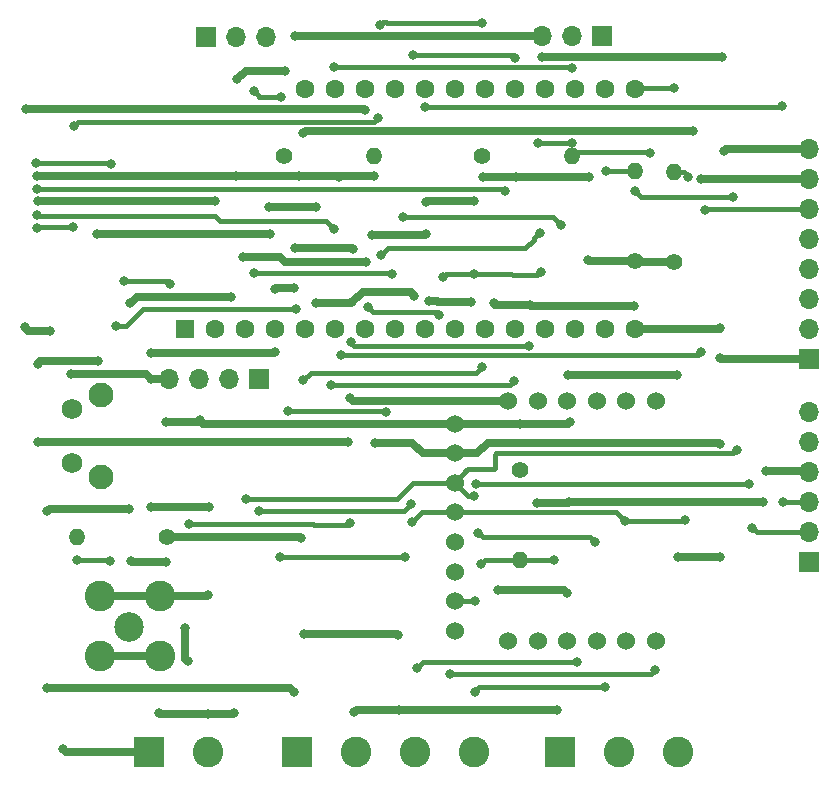
<source format=gbr>
%TF.GenerationSoftware,KiCad,Pcbnew,6.0.10-86aedd382b~118~ubuntu22.04.1*%
%TF.CreationDate,2023-05-06T01:16:59-04:00*%
%TF.ProjectId,sweet-p,73776565-742d-4702-9e6b-696361645f70,rev?*%
%TF.SameCoordinates,Original*%
%TF.FileFunction,Copper,L2,Bot*%
%TF.FilePolarity,Positive*%
%FSLAX46Y46*%
G04 Gerber Fmt 4.6, Leading zero omitted, Abs format (unit mm)*
G04 Created by KiCad (PCBNEW 6.0.10-86aedd382b~118~ubuntu22.04.1) date 2023-05-06 01:16:59*
%MOMM*%
%LPD*%
G01*
G04 APERTURE LIST*
%TA.AperFunction,ComponentPad*%
%ADD10C,1.524000*%
%TD*%
%TA.AperFunction,ComponentPad*%
%ADD11C,2.100000*%
%TD*%
%TA.AperFunction,ComponentPad*%
%ADD12C,1.750000*%
%TD*%
%TA.AperFunction,ComponentPad*%
%ADD13R,2.600000X2.600000*%
%TD*%
%TA.AperFunction,ComponentPad*%
%ADD14C,2.600000*%
%TD*%
%TA.AperFunction,ComponentPad*%
%ADD15C,1.400000*%
%TD*%
%TA.AperFunction,ComponentPad*%
%ADD16O,1.400000X1.400000*%
%TD*%
%TA.AperFunction,ComponentPad*%
%ADD17C,2.500000*%
%TD*%
%TA.AperFunction,ComponentPad*%
%ADD18R,1.700000X1.700000*%
%TD*%
%TA.AperFunction,ComponentPad*%
%ADD19O,1.700000X1.700000*%
%TD*%
%TA.AperFunction,ComponentPad*%
%ADD20R,1.600000X1.600000*%
%TD*%
%TA.AperFunction,ComponentPad*%
%ADD21C,1.600000*%
%TD*%
%TA.AperFunction,ViaPad*%
%ADD22C,0.800000*%
%TD*%
%TA.AperFunction,Conductor*%
%ADD23C,0.400000*%
%TD*%
%TA.AperFunction,Conductor*%
%ADD24C,0.700000*%
%TD*%
G04 APERTURE END LIST*
D10*
%TO.P,U3,1,GND*%
%TO.N,GND_1*%
X42625000Y-33162500D03*
%TO.P,U3,2,PPS*%
%TO.N,unconnected-(U3-Pad2)*%
X45125000Y-33162500D03*
%TO.P,U3,3,VIN*%
%TO.N,+3V3*%
X47625000Y-33162500D03*
%TO.P,U3,4,RXT*%
%TO.N,unconnected-(U3-Pad4)*%
X50125000Y-33162500D03*
%TO.P,U3,5,TXO*%
%TO.N,unconnected-(U3-Pad5)*%
X52625000Y-33162500D03*
%TO.P,U3,6,WAKE*%
%TO.N,unconnected-(U3-Pad6)*%
X55125000Y-33162500D03*
%TO.P,U3,7,RST*%
%TO.N,GPS_RST*%
X55125000Y-53482500D03*
%TO.P,U3,8,SDA*%
%TO.N,SDA*%
X52625000Y-53482500D03*
%TO.P,U3,9,SCL*%
%TO.N,SCL*%
X50125000Y-53482500D03*
%TO.P,U3,10,GND*%
%TO.N,GND_1*%
X47625000Y-53482500D03*
%TO.P,U3,11,3V*%
%TO.N,unconnected-(U3-Pad11)*%
X45125000Y-53482500D03*
%TO.P,U3,12,VIN*%
%TO.N,unconnected-(U3-Pad12)*%
X42625000Y-53482500D03*
%TD*%
D11*
%TO.P,SW1,*%
%TO.N,*%
X8152500Y-32615000D03*
X8152500Y-39625000D03*
D12*
%TO.P,SW1,1,1*%
%TO.N,BUT_A*%
X5662500Y-38375000D03*
%TO.P,SW1,2,2*%
%TO.N,GND*%
X5662500Y-33875000D03*
%TD*%
D13*
%TO.P,J6,1,Pin_1*%
%TO.N,VBUS*%
X12200000Y-62875000D03*
D14*
%TO.P,J6,2,Pin_2*%
%TO.N,GND*%
X17200000Y-62875000D03*
%TD*%
D15*
%TO.P,R1,1*%
%TO.N,+3V3*%
X40390000Y-12400000D03*
D16*
%TO.P,R1,2*%
%TO.N,ONEWIRE*%
X48010000Y-12400000D03*
%TD*%
D14*
%TO.P,AE1,1,A*%
%TO.N,GND*%
X13140000Y-54790000D03*
X13140000Y-49710000D03*
X8060000Y-54790000D03*
X8060000Y-49710000D03*
D17*
%TO.P,AE1,2,Shield*%
%TO.N,Net-(U1-Pad9)*%
X10500000Y-52325000D03*
%TD*%
D18*
%TO.P,J8,1,Pin_1*%
%TO.N,unconnected-(J8-Pad1)*%
X17075000Y-2375000D03*
D19*
%TO.P,J8,2,Pin_2*%
%TO.N,Net-(J8-Pad2)*%
X19615000Y-2375000D03*
%TO.P,J8,3,Pin_3*%
%TO.N,WRITE_EN*%
X22155000Y-2375000D03*
%TD*%
D15*
%TO.P,R3,1*%
%TO.N,+3V3*%
X56700000Y-21410000D03*
D16*
%TO.P,R3,2*%
%TO.N,SDA*%
X56700000Y-13790000D03*
%TD*%
D15*
%TO.P,R9,1*%
%TO.N,Net-(J8-Pad2)*%
X23690000Y-12400000D03*
D16*
%TO.P,R9,2*%
%TO.N,GND*%
X31310000Y-12400000D03*
%TD*%
D13*
%TO.P,J1,1,Pin_1*%
%TO.N,+3V3*%
X47000000Y-62875000D03*
D14*
%TO.P,J1,2,Pin_2*%
%TO.N,ONEWIRE*%
X52000000Y-62875000D03*
%TO.P,J1,3,Pin_3*%
%TO.N,GND*%
X57000000Y-62875000D03*
%TD*%
D13*
%TO.P,J7,1,Pin_1*%
%TO.N,GND_2*%
X24725000Y-62875000D03*
D14*
%TO.P,J7,2,Pin_2*%
%TO.N,+3V3*%
X29725000Y-62875000D03*
%TO.P,J7,3,Pin_3*%
%TO.N,RX*%
X34725000Y-62875000D03*
%TO.P,J7,4,Pin_4*%
%TO.N,TX*%
X39725000Y-62875000D03*
%TD*%
D15*
%TO.P,R6,1*%
%TO.N,+3V3*%
X53400000Y-21310000D03*
D16*
%TO.P,R6,2*%
%TO.N,SCL*%
X53400000Y-13690000D03*
%TD*%
D18*
%TO.P,J4,1,Pin_1*%
%TO.N,GND*%
X68100000Y-29600000D03*
D19*
%TO.P,J4,2,Pin_2*%
%TO.N,unconnected-(J4-Pad2)*%
X68100000Y-27060000D03*
%TO.P,J4,3,Pin_3*%
%TO.N,unconnected-(J4-Pad3)*%
X68100000Y-24520000D03*
%TO.P,J4,4,Pin_4*%
%TO.N,unconnected-(J4-Pad4)*%
X68100000Y-21980000D03*
%TO.P,J4,5,Pin_5*%
%TO.N,unconnected-(J4-Pad5)*%
X68100000Y-19440000D03*
%TO.P,J4,6,Pin_6*%
%TO.N,SAT_EN*%
X68100000Y-16900000D03*
%TO.P,J4,7,Pin_7*%
%TO.N,VBAT*%
X68100000Y-14360000D03*
%TO.P,J4,8,Pin_8*%
%TO.N,GND*%
X68100000Y-11820000D03*
%TD*%
D15*
%TO.P,R14,1*%
%TO.N,+3V3*%
X43600000Y-39000000D03*
D16*
%TO.P,R14,2*%
%TO.N,RTC_INT*%
X43600000Y-46620000D03*
%TD*%
D18*
%TO.P,J2,1,Pin_1*%
%TO.N,unconnected-(J2-Pad1)*%
X50600000Y-2300000D03*
D19*
%TO.P,J2,2,Pin_2*%
%TO.N,EN*%
X48060000Y-2300000D03*
%TO.P,J2,3,Pin_3*%
%TO.N,GND*%
X45520000Y-2300000D03*
%TD*%
D15*
%TO.P,R8,1*%
%TO.N,+3V3*%
X13710000Y-44700000D03*
D16*
%TO.P,R8,2*%
%TO.N,BUT_A*%
X6090000Y-44700000D03*
%TD*%
D19*
%TO.P,U2,1,GND*%
%TO.N,GND*%
X13880000Y-31300000D03*
%TO.P,U2,2,3V3*%
%TO.N,+3V3*%
X16420000Y-31300000D03*
%TO.P,U2,3,SCL*%
%TO.N,SCL*%
X18960000Y-31300000D03*
D18*
%TO.P,U2,4,SDA*%
%TO.N,SDA*%
X21500000Y-31300000D03*
%TD*%
%TO.P,J3,1,Pin_1*%
%TO.N,unconnected-(J3-Pad1)*%
X68100000Y-46800000D03*
D19*
%TO.P,J3,2,Pin_2*%
%TO.N,RX2*%
X68100000Y-44260000D03*
%TO.P,J3,3,Pin_3*%
%TO.N,TX2*%
X68100000Y-41720000D03*
%TO.P,J3,4,Pin_4*%
%TO.N,+3V3*%
X68100000Y-39180000D03*
%TO.P,J3,5,Pin_5*%
%TO.N,unconnected-(J3-Pad5)*%
X68100000Y-36640000D03*
%TO.P,J3,6,Pin_6*%
%TO.N,GND*%
X68100000Y-34100000D03*
%TD*%
D20*
%TO.P,A1,1,~{RESET}*%
%TO.N,unconnected-(A1-Pad1)*%
X15250000Y-27052500D03*
D21*
%TO.P,A1,2,3V3*%
%TO.N,+3V3*%
X17790000Y-27052500D03*
%TO.P,A1,3,AREF*%
%TO.N,unconnected-(A1-Pad3)*%
X20330000Y-27052500D03*
%TO.P,A1,4,GND*%
%TO.N,GND*%
X22870000Y-27052500D03*
%TO.P,A1,5,DAC0/A0*%
%TO.N,BUT_A*%
X25410000Y-27052500D03*
%TO.P,A1,6,A1*%
%TO.N,SAT_EN*%
X27950000Y-27052500D03*
%TO.P,A1,7,A2*%
%TO.N,GPS_RST*%
X30490000Y-27052500D03*
%TO.P,A1,8,A3*%
%TO.N,WRITE_EN*%
X33030000Y-27052500D03*
%TO.P,A1,9,A4*%
%TO.N,GND_1_EN*%
X35570000Y-27052500D03*
%TO.P,A1,10,A5*%
%TO.N,GND_2_EN*%
X38110000Y-27052500D03*
%TO.P,A1,11,SCK/D24*%
%TO.N,SCK*%
X40650000Y-27052500D03*
%TO.P,A1,12,MOSI/D23*%
%TO.N,MOSI*%
X43190000Y-27052500D03*
%TO.P,A1,13,MISO/D22*%
%TO.N,MISO*%
X45730000Y-27052500D03*
%TO.P,A1,14,RX/D0*%
%TO.N,RX*%
X48270000Y-27052500D03*
%TO.P,A1,15,TX/D1*%
%TO.N,TX*%
X50810000Y-27052500D03*
%TO.P,A1,16,GND*%
%TO.N,GND*%
X53350000Y-27052500D03*
%TO.P,A1,17,SDA/D20*%
%TO.N,SDA*%
X53350000Y-6732500D03*
%TO.P,A1,18,SCL/D21*%
%TO.N,SCL*%
X50810000Y-6732500D03*
%TO.P,A1,19,D5*%
%TO.N,ONEWIRE*%
X48270000Y-6732500D03*
%TO.P,A1,20,D6*%
%TO.N,LORA_CS*%
X45730000Y-6732500D03*
%TO.P,A1,21,D9*%
%TO.N,LORA_RST*%
X43190000Y-6732500D03*
%TO.P,A1,22,D10*%
%TO.N,SD_CS*%
X40650000Y-6732500D03*
%TO.P,A1,23,D11*%
%TO.N,RX2*%
X38110000Y-6732500D03*
%TO.P,A1,24,D12*%
%TO.N,TX2*%
X35570000Y-6732500D03*
%TO.P,A1,25,D13*%
%TO.N,RTC_INT*%
X33030000Y-6732500D03*
%TO.P,A1,26,USB*%
%TO.N,VBUS*%
X30490000Y-6732500D03*
%TO.P,A1,27,EN*%
%TO.N,EN*%
X27950000Y-6732500D03*
%TO.P,A1,28,VBAT*%
%TO.N,VBAT*%
X25410000Y-6732500D03*
%TD*%
D10*
%TO.P,U4,1,VIN*%
%TO.N,+3V3*%
X38105000Y-35100000D03*
%TO.P,U4,2,GND*%
%TO.N,GND*%
X38105000Y-37600000D03*
%TO.P,U4,3,SCL*%
%TO.N,SCL*%
X38105000Y-40100000D03*
%TO.P,U4,4,SDA*%
%TO.N,SDA*%
X38105000Y-42600000D03*
%TO.P,U4,5,VBAT*%
%TO.N,unconnected-(U4-Pad5)*%
X38105000Y-45100000D03*
%TO.P,U4,6,32K*%
%TO.N,unconnected-(U4-Pad6)*%
X38105000Y-47600000D03*
%TO.P,U4,7,SQW*%
%TO.N,RTC_INT*%
X38105000Y-50100000D03*
%TO.P,U4,8,RST*%
%TO.N,unconnected-(U4-Pad8)*%
X38105000Y-52600000D03*
%TD*%
D22*
%TO.N,RX2*%
X63300000Y-43900000D03*
X63000000Y-40200000D03*
%TO.N,TX2*%
X65900000Y-41700000D03*
%TO.N,+3V3*%
X64500000Y-39100000D03*
X64220000Y-41720000D03*
%TO.N,GND_2*%
X30600000Y-21400000D03*
X20200000Y-21000000D03*
X31100000Y-19100000D03*
X35700000Y-19000000D03*
X19200000Y-24400000D03*
%TO.N,MISO*%
X29300000Y-28200000D03*
%TO.N,GND_1_EN*%
X34700000Y-24300000D03*
X29400000Y-24800000D03*
X26400000Y-24900000D03*
%TO.N,BUT_A*%
X8900000Y-46700000D03*
X6100000Y-46600000D03*
%TO.N,Net-(J8-Pad2)*%
X23400000Y-7400000D03*
X21100000Y-6900000D03*
%TO.N,GND_2_EN*%
X37100000Y-22700000D03*
%TO.N,GND_2*%
X35900000Y-24700000D03*
X35700000Y-16300000D03*
%TO.N,GND_2_EN*%
X45400000Y-22200000D03*
X39700000Y-22400000D03*
%TO.N,GPS_RST*%
X55100000Y-55900000D03*
X37700000Y-56300000D03*
%TO.N,SDA*%
X34500000Y-43400000D03*
X33900000Y-46400000D03*
%TO.N,GPS_RST*%
X30800000Y-25200000D03*
X36800000Y-25900000D03*
%TO.N,LORA_CS*%
X32300000Y-34112000D03*
%TO.N,BUT_A*%
X9400000Y-26800000D03*
X24700000Y-25400000D03*
%TO.N,SCL*%
X53400000Y-15400000D03*
X62000000Y-37300000D03*
X61700000Y-15900000D03*
%TO.N,SAT_EN*%
X59000000Y-29000000D03*
%TO.N,SDA*%
X57600000Y-43200000D03*
X57900000Y-14200000D03*
X52500000Y-43300000D03*
%TO.N,SCL*%
X50000000Y-45100000D03*
X39700000Y-41200000D03*
X40100000Y-44300000D03*
%TO.N,SDA*%
X23300000Y-46400000D03*
%TO.N,SCL*%
X20400000Y-41500000D03*
%TO.N,ONEWIRE*%
X54600000Y-12200000D03*
%TO.N,LORA_CS*%
X45300000Y-18900000D03*
X31900000Y-20800000D03*
X24000000Y-34000000D03*
%TO.N,ONEWIRE*%
X45200000Y-11300000D03*
X48010000Y-11290000D03*
%TO.N,MOSI*%
X2700000Y-17400000D03*
X27900000Y-18600000D03*
%TO.N,MISO*%
X44400000Y-28500000D03*
%TO.N,MOSI*%
X43100000Y-31500000D03*
X27600000Y-31800000D03*
%TO.N,MISO*%
X10100000Y-23000000D03*
X29200000Y-43500000D03*
X9000000Y-13100000D03*
X15600000Y-43600000D03*
X14012707Y-23250500D03*
X2649500Y-13000000D03*
%TO.N,SCK*%
X25300000Y-31400000D03*
X40400000Y-30300000D03*
X42400000Y-15400000D03*
X2700000Y-15200000D03*
%TO.N,SD_CS*%
X2700000Y-18500000D03*
X5800000Y-18400000D03*
%TO.N,GND*%
X2700000Y-14100000D03*
%TO.N,+3V3*%
X2800000Y-16200000D03*
%TO.N,SD_CS*%
X31600000Y-9200000D03*
X5900000Y-9900000D03*
X31800000Y-1300000D03*
X40400000Y-1200000D03*
%TO.N,Net-(U1-Pad9)*%
X15500000Y-55200000D03*
X15300000Y-52400000D03*
%TO.N,LORA_RST*%
X43200000Y-4100000D03*
X21500000Y-42500000D03*
X34600000Y-3900000D03*
X34400000Y-41900000D03*
%TO.N,RTC_INT*%
X39800000Y-50100000D03*
X40300000Y-47000000D03*
%TO.N,RX*%
X34900000Y-55800000D03*
X48500000Y-55300000D03*
%TO.N,TX*%
X39800000Y-57800000D03*
X50800000Y-57400000D03*
%TO.N,SAT_EN*%
X59300000Y-17000000D03*
X28500000Y-29300000D03*
%TO.N,RX2*%
X39900000Y-40200000D03*
%TO.N,TX2*%
X65800000Y-8200000D03*
X35600000Y-8300000D03*
%TO.N,RTC_INT*%
X46500000Y-46600000D03*
X47100000Y-18300000D03*
X33700000Y-17600000D03*
%TO.N,WRITE_EN*%
X32800000Y-22400000D03*
X21100000Y-22300000D03*
%TO.N,SDA*%
X56700000Y-6700000D03*
%TO.N,SCL*%
X50900000Y-13700000D03*
%TO.N,EN*%
X27900000Y-4900000D03*
X48000000Y-4949500D03*
%TO.N,GND*%
X60700000Y-4000000D03*
X45500000Y-4000000D03*
%TO.N,GND_1*%
X22500000Y-19000000D03*
X26400000Y-16700000D03*
X22400000Y-16700000D03*
X7800000Y-19000000D03*
%TO.N,+3V3*%
X49500000Y-14200000D03*
X49400000Y-21200000D03*
X40500000Y-14200000D03*
X43300000Y-14200000D03*
%TO.N,VBUS*%
X1700000Y-26900000D03*
X1800000Y-8400000D03*
X30500000Y-8500000D03*
X4900000Y-62600000D03*
X3800000Y-27200000D03*
%TO.N,GND*%
X22900000Y-23700000D03*
X24500000Y-23600000D03*
X22900000Y-29000000D03*
X12400000Y-29100000D03*
X5600000Y-30900000D03*
X12400000Y-31300000D03*
X12400000Y-42100000D03*
X17325000Y-42175000D03*
%TO.N,GND_1*%
X47600000Y-49400000D03*
X41800000Y-49200000D03*
X29200000Y-32900000D03*
X29100000Y-36600000D03*
X2800000Y-36600000D03*
X7900000Y-29800000D03*
X2800000Y-30000000D03*
%TO.N,+3V3*%
X56900000Y-31000000D03*
X47700000Y-31000000D03*
X45100000Y-41800000D03*
X47800000Y-41700000D03*
X47900000Y-34900000D03*
X43600000Y-35100000D03*
X46800000Y-59300000D03*
X29600000Y-59500000D03*
X33300000Y-53000000D03*
X33400000Y-59300000D03*
X25325000Y-52875000D03*
%TO.N,GND*%
X17200000Y-49600000D03*
X13100000Y-59600000D03*
%TO.N,+3V3*%
X10700000Y-46700000D03*
X13700000Y-46800000D03*
X25100000Y-44800000D03*
%TO.N,GND_2*%
X24500000Y-57800000D03*
X3600000Y-57500000D03*
X10600000Y-24900000D03*
X10500000Y-42300000D03*
X3600000Y-42500000D03*
%TO.N,GND*%
X19400000Y-59600000D03*
X17200000Y-59700000D03*
X41400000Y-24900000D03*
%TO.N,GND_2*%
X39700000Y-16200000D03*
X39500000Y-24800000D03*
%TO.N,GND*%
X29500000Y-20300000D03*
X24562500Y-20237500D03*
%TO.N,+3V3*%
X13700000Y-34900000D03*
X16500000Y-34800000D03*
%TO.N,GND*%
X31400000Y-36700000D03*
X60600000Y-36800000D03*
X57000000Y-46400000D03*
X60600000Y-46400000D03*
X44500000Y-25000000D03*
X53300000Y-25100000D03*
X60600000Y-27000000D03*
X60600000Y-29500000D03*
%TO.N,VBAT*%
X59000000Y-14400000D03*
X25300000Y-10500000D03*
X58300000Y-10300000D03*
%TO.N,GND*%
X60900000Y-12000000D03*
X19700000Y-5900000D03*
X23700000Y-5200000D03*
X19600000Y-14100000D03*
X24600000Y-2300000D03*
X31300000Y-14100000D03*
X28300000Y-14200000D03*
X24900000Y-14100000D03*
%TO.N,+3V3*%
X17800000Y-16200000D03*
%TD*%
D23*
%TO.N,RX2*%
X63660000Y-44260000D02*
X63300000Y-43900000D01*
X68100000Y-44260000D02*
X63660000Y-44260000D01*
%TO.N,TX2*%
X65900000Y-41700000D02*
X68080000Y-41700000D01*
X68080000Y-41700000D02*
X68100000Y-41720000D01*
D24*
%TO.N,+3V3*%
X68020000Y-39100000D02*
X68100000Y-39180000D01*
X64500000Y-39100000D02*
X68020000Y-39100000D01*
X47820000Y-41720000D02*
X64220000Y-41720000D01*
X47800000Y-41700000D02*
X47820000Y-41720000D01*
%TO.N,GND_2*%
X23700000Y-21400000D02*
X30600000Y-21400000D01*
X23300000Y-21000000D02*
X23700000Y-21400000D01*
X20200000Y-21000000D02*
X23300000Y-21000000D01*
X31100000Y-19100000D02*
X35600000Y-19100000D01*
X35600000Y-19100000D02*
X35700000Y-19000000D01*
X11200000Y-24400000D02*
X19200000Y-24400000D01*
X10600000Y-24900000D02*
X10700000Y-24900000D01*
X10700000Y-24900000D02*
X11200000Y-24400000D01*
D23*
%TO.N,MISO*%
X29600000Y-28500000D02*
X29300000Y-28200000D01*
X44400000Y-28500000D02*
X29600000Y-28500000D01*
D24*
%TO.N,GND_1_EN*%
X34700000Y-24200000D02*
X34700000Y-24300000D01*
X34600000Y-24100000D02*
X34700000Y-24200000D01*
X34400000Y-23900000D02*
X34600000Y-24100000D01*
X31600000Y-23900000D02*
X34400000Y-23900000D01*
X29400000Y-24800000D02*
X30300000Y-23900000D01*
X30300000Y-23900000D02*
X31600000Y-23900000D01*
X26400000Y-24900000D02*
X29300000Y-24900000D01*
X29300000Y-24900000D02*
X29400000Y-24800000D01*
D23*
%TO.N,BUT_A*%
X8800000Y-46600000D02*
X8900000Y-46700000D01*
X6100000Y-46600000D02*
X8800000Y-46600000D01*
%TO.N,Net-(J8-Pad2)*%
X21500000Y-7400000D02*
X23400000Y-7400000D01*
X21100000Y-6900000D02*
X21500000Y-7300000D01*
X21500000Y-7300000D02*
X21500000Y-7400000D01*
%TO.N,GND_2_EN*%
X39700000Y-22400000D02*
X37400000Y-22400000D01*
X37400000Y-22400000D02*
X37100000Y-22700000D01*
D24*
%TO.N,GND_2*%
X36700000Y-16200000D02*
X35800000Y-16200000D01*
X35800000Y-16200000D02*
X35700000Y-16300000D01*
X35900000Y-24700000D02*
X36600000Y-24700000D01*
X36600000Y-24700000D02*
X36700000Y-24800000D01*
D23*
%TO.N,GND_2_EN*%
X45100000Y-22500000D02*
X45400000Y-22200000D01*
X43000000Y-22500000D02*
X45100000Y-22500000D01*
X39700000Y-22400000D02*
X42900000Y-22400000D01*
X42900000Y-22400000D02*
X43000000Y-22500000D01*
%TO.N,GPS_RST*%
X54700000Y-56300000D02*
X55100000Y-55900000D01*
X37700000Y-56300000D02*
X54700000Y-56300000D01*
%TO.N,SDA*%
X35300000Y-42600000D02*
X34500000Y-43400000D01*
X23300000Y-46400000D02*
X33900000Y-46400000D01*
X38105000Y-42600000D02*
X35300000Y-42600000D01*
%TO.N,GPS_RST*%
X30800000Y-25200000D02*
X31200000Y-25600000D01*
X31200000Y-25600000D02*
X36500000Y-25600000D01*
X36500000Y-25600000D02*
X36800000Y-25900000D01*
%TO.N,LORA_CS*%
X32300000Y-34112000D02*
X32188000Y-34000000D01*
X32188000Y-34000000D02*
X24000000Y-34000000D01*
%TO.N,BUT_A*%
X10700000Y-26400000D02*
X10300000Y-26800000D01*
X24700000Y-25400000D02*
X13500000Y-25400000D01*
X10300000Y-26800000D02*
X9400000Y-26800000D01*
X13500000Y-25400000D02*
X11700000Y-25400000D01*
X11700000Y-25400000D02*
X10700000Y-26400000D01*
%TO.N,SCL*%
X41600000Y-37600000D02*
X46300000Y-37600000D01*
X41500000Y-38800000D02*
X41500000Y-37700000D01*
X39200000Y-38900000D02*
X41400000Y-38900000D01*
X38105000Y-40100000D02*
X39000000Y-39205000D01*
X61700000Y-15900000D02*
X53900000Y-15900000D01*
X39000000Y-39100000D02*
X39200000Y-38900000D01*
X39000000Y-39205000D02*
X39000000Y-39100000D01*
X53900000Y-15900000D02*
X53400000Y-15400000D01*
X41400000Y-38900000D02*
X41500000Y-38800000D01*
X41500000Y-37700000D02*
X41600000Y-37600000D01*
X61700000Y-37600000D02*
X62000000Y-37300000D01*
X46300000Y-37600000D02*
X61700000Y-37600000D01*
%TO.N,SAT_EN*%
X58700000Y-29300000D02*
X59000000Y-29000000D01*
X58100000Y-29300000D02*
X58700000Y-29300000D01*
%TO.N,SDA*%
X56700000Y-13790000D02*
X57490000Y-13790000D01*
X57490000Y-13790000D02*
X57900000Y-14200000D01*
X57600000Y-43200000D02*
X57500000Y-43300000D01*
X57500000Y-43300000D02*
X52500000Y-43300000D01*
X51800000Y-42600000D02*
X52500000Y-43300000D01*
X38105000Y-42600000D02*
X51800000Y-42600000D01*
%TO.N,SCL*%
X50000000Y-45100000D02*
X49600000Y-44700000D01*
X39700000Y-41200000D02*
X39205000Y-41200000D01*
X45100000Y-44700000D02*
X40500000Y-44700000D01*
X49600000Y-44700000D02*
X45100000Y-44700000D01*
X40500000Y-44700000D02*
X40100000Y-44300000D01*
X39205000Y-41200000D02*
X38105000Y-40100000D01*
%TO.N,SDA*%
X38005000Y-42500000D02*
X38105000Y-42600000D01*
%TO.N,SCL*%
X33200000Y-41500000D02*
X34600000Y-40100000D01*
X20400000Y-41500000D02*
X33200000Y-41500000D01*
X34600000Y-40100000D02*
X38105000Y-40100000D01*
%TO.N,ONEWIRE*%
X54600000Y-12200000D02*
X54500000Y-12100000D01*
X48310000Y-12100000D02*
X48010000Y-12400000D01*
X54500000Y-12100000D02*
X48310000Y-12100000D01*
%TO.N,LORA_CS*%
X45300000Y-18900000D02*
X44800000Y-19400000D01*
X44800000Y-19400000D02*
X44800000Y-19500000D01*
X32500000Y-20200000D02*
X31900000Y-20800000D01*
X44800000Y-19500000D02*
X44100000Y-20200000D01*
X34800000Y-20200000D02*
X32500000Y-20200000D01*
X44100000Y-20200000D02*
X34800000Y-20200000D01*
%TO.N,ONEWIRE*%
X45200000Y-11300000D02*
X48000000Y-11300000D01*
X48000000Y-11300000D02*
X48010000Y-11290000D01*
%TO.N,MOSI*%
X2800000Y-17500000D02*
X17800000Y-17500000D01*
X18200000Y-17900000D02*
X22800000Y-17900000D01*
X22800000Y-17900000D02*
X27200000Y-17900000D01*
X17900000Y-17600000D02*
X18200000Y-17900000D01*
X2700000Y-17400000D02*
X2800000Y-17500000D01*
X17800000Y-17500000D02*
X17900000Y-17600000D01*
X27200000Y-17900000D02*
X27900000Y-18600000D01*
X42800000Y-31800000D02*
X43100000Y-31500000D01*
X27600000Y-31800000D02*
X42800000Y-31800000D01*
%TO.N,MISO*%
X26100000Y-43600000D02*
X26200000Y-43700000D01*
X29000000Y-43700000D02*
X29200000Y-43500000D01*
X8900000Y-13000000D02*
X9000000Y-13100000D01*
X13762207Y-23000000D02*
X14012707Y-23250500D01*
X2649500Y-13000000D02*
X8900000Y-13000000D01*
X26200000Y-43700000D02*
X29000000Y-43700000D01*
X10100000Y-23000000D02*
X13762207Y-23000000D01*
X15600000Y-43600000D02*
X26100000Y-43600000D01*
%TO.N,SCK*%
X25900000Y-30800000D02*
X25300000Y-31400000D01*
X28300000Y-30800000D02*
X25900000Y-30800000D01*
X40400000Y-30300000D02*
X39900000Y-30800000D01*
X39900000Y-30800000D02*
X28300000Y-30800000D01*
X2700000Y-15200000D02*
X42200000Y-15200000D01*
X42200000Y-15200000D02*
X42400000Y-15400000D01*
%TO.N,SD_CS*%
X2800000Y-18400000D02*
X2700000Y-18500000D01*
X5800000Y-18400000D02*
X2800000Y-18400000D01*
D24*
%TO.N,GND*%
X6100000Y-14100000D02*
X2700000Y-14100000D01*
%TO.N,+3V3*%
X6300000Y-16200000D02*
X2800000Y-16200000D01*
D23*
%TO.N,SD_CS*%
X40400000Y-1200000D02*
X32400000Y-1200000D01*
X32400000Y-1200000D02*
X32300000Y-1100000D01*
X31250000Y-9550000D02*
X6250000Y-9550000D01*
X6250000Y-9550000D02*
X5900000Y-9900000D01*
X32000000Y-1100000D02*
X31800000Y-1300000D01*
X31600000Y-9200000D02*
X31250000Y-9550000D01*
X32300000Y-1100000D02*
X32000000Y-1100000D01*
D24*
%TO.N,Net-(U1-Pad9)*%
X15300000Y-55000000D02*
X15500000Y-55200000D01*
X15300000Y-52400000D02*
X15300000Y-55000000D01*
D23*
%TO.N,LORA_RST*%
X43000000Y-3900000D02*
X43200000Y-4100000D01*
X34600000Y-3900000D02*
X43000000Y-3900000D01*
X21500000Y-42500000D02*
X33800000Y-42500000D01*
X33800000Y-42500000D02*
X34400000Y-41900000D01*
%TO.N,RTC_INT*%
X43600000Y-46620000D02*
X40680000Y-46620000D01*
X39800000Y-50100000D02*
X38105000Y-50100000D01*
X40680000Y-46620000D02*
X40300000Y-47000000D01*
%TO.N,RX*%
X35400000Y-55300000D02*
X34900000Y-55800000D01*
X48500000Y-55300000D02*
X35400000Y-55300000D01*
%TO.N,TX*%
X40200000Y-57400000D02*
X39800000Y-57800000D01*
X50800000Y-57400000D02*
X40200000Y-57400000D01*
%TO.N,SAT_EN*%
X28500000Y-29300000D02*
X58100000Y-29300000D01*
X59300000Y-17000000D02*
X59400000Y-16900000D01*
X59400000Y-16900000D02*
X68100000Y-16900000D01*
%TO.N,RX2*%
X39900000Y-40200000D02*
X63000000Y-40200000D01*
%TO.N,TX2*%
X35600000Y-8300000D02*
X65700000Y-8300000D01*
X65700000Y-8300000D02*
X65800000Y-8200000D01*
%TO.N,RTC_INT*%
X46480000Y-46620000D02*
X46500000Y-46600000D01*
X43600000Y-46620000D02*
X46480000Y-46620000D01*
X46400000Y-17600000D02*
X47100000Y-18300000D01*
X33700000Y-17600000D02*
X46400000Y-17600000D01*
%TO.N,WRITE_EN*%
X32700000Y-22300000D02*
X32800000Y-22400000D01*
X21100000Y-22300000D02*
X32700000Y-22300000D01*
%TO.N,SDA*%
X56700000Y-6700000D02*
X53382500Y-6700000D01*
X53382500Y-6700000D02*
X53350000Y-6732500D01*
%TO.N,SCL*%
X53390000Y-13700000D02*
X53400000Y-13690000D01*
X50900000Y-13700000D02*
X53390000Y-13700000D01*
%TO.N,EN*%
X47950500Y-4900000D02*
X27900000Y-4900000D01*
X48000000Y-4949500D02*
X47950500Y-4900000D01*
D24*
%TO.N,GND*%
X60700000Y-4000000D02*
X45500000Y-4000000D01*
%TO.N,GND_1*%
X26400000Y-16700000D02*
X22400000Y-16700000D01*
X22500000Y-19000000D02*
X7800000Y-19000000D01*
%TO.N,+3V3*%
X53400000Y-21310000D02*
X49510000Y-21310000D01*
X49510000Y-21310000D02*
X49400000Y-21200000D01*
X49500000Y-14200000D02*
X43300000Y-14200000D01*
X43300000Y-14200000D02*
X40500000Y-14200000D01*
%TO.N,VBUS*%
X5175000Y-62875000D02*
X4900000Y-62600000D01*
X12200000Y-62875000D02*
X5175000Y-62875000D01*
X3800000Y-27200000D02*
X2000000Y-27200000D01*
X2000000Y-27200000D02*
X1700000Y-26900000D01*
X30400000Y-8400000D02*
X30500000Y-8500000D01*
X1800000Y-8400000D02*
X30400000Y-8400000D01*
%TO.N,GND*%
X23000000Y-23600000D02*
X22900000Y-23700000D01*
X24500000Y-23600000D02*
X23000000Y-23600000D01*
X22800000Y-29100000D02*
X22900000Y-29000000D01*
X12400000Y-29100000D02*
X22800000Y-29100000D01*
X9600000Y-30900000D02*
X5600000Y-30900000D01*
X12400000Y-31300000D02*
X12000000Y-30900000D01*
X12000000Y-30900000D02*
X9600000Y-30900000D01*
X17325000Y-42175000D02*
X12475000Y-42175000D01*
X12475000Y-42175000D02*
X12400000Y-42100000D01*
X12400000Y-31300000D02*
X13880000Y-31300000D01*
%TO.N,GND_1*%
X47400000Y-49200000D02*
X47600000Y-49400000D01*
X41800000Y-49200000D02*
X47400000Y-49200000D01*
X2800000Y-36600000D02*
X29100000Y-36600000D01*
X29200000Y-32900000D02*
X29462500Y-33162500D01*
X29462500Y-33162500D02*
X42625000Y-33162500D01*
X7900000Y-29800000D02*
X3000000Y-29800000D01*
X3000000Y-29800000D02*
X2800000Y-30000000D01*
%TO.N,+3V3*%
X56700000Y-21410000D02*
X53500000Y-21410000D01*
X53500000Y-21410000D02*
X53400000Y-21310000D01*
X47700000Y-31000000D02*
X56900000Y-31000000D01*
X45100000Y-41800000D02*
X47700000Y-41800000D01*
X47700000Y-41800000D02*
X47800000Y-41700000D01*
X47700000Y-35100000D02*
X47900000Y-34900000D01*
X43600000Y-35100000D02*
X47700000Y-35100000D01*
X38105000Y-35100000D02*
X43600000Y-35100000D01*
X33400000Y-59300000D02*
X46800000Y-59300000D01*
X29800000Y-59300000D02*
X29600000Y-59500000D01*
X33175000Y-52875000D02*
X33300000Y-53000000D01*
X25325000Y-52875000D02*
X33175000Y-52875000D01*
X33400000Y-59300000D02*
X29800000Y-59300000D01*
%TO.N,GND*%
X17090000Y-49710000D02*
X17200000Y-49600000D01*
X13140000Y-49710000D02*
X17090000Y-49710000D01*
X13200000Y-59700000D02*
X13100000Y-59600000D01*
X17200000Y-59700000D02*
X13200000Y-59700000D01*
X13140000Y-54790000D02*
X8060000Y-54790000D01*
X13140000Y-49710000D02*
X8060000Y-49710000D01*
%TO.N,+3V3*%
X10800000Y-46800000D02*
X10700000Y-46700000D01*
X13700000Y-46800000D02*
X10800000Y-46800000D01*
X25000000Y-44700000D02*
X25100000Y-44800000D01*
X13710000Y-44700000D02*
X25000000Y-44700000D01*
%TO.N,GND_2*%
X24200000Y-57500000D02*
X24500000Y-57800000D01*
X3600000Y-57500000D02*
X24200000Y-57500000D01*
X10500000Y-42300000D02*
X3800000Y-42300000D01*
X3800000Y-42300000D02*
X3600000Y-42500000D01*
%TO.N,GND*%
X19300000Y-59700000D02*
X19400000Y-59600000D01*
X17200000Y-59700000D02*
X19300000Y-59700000D01*
X41500000Y-25000000D02*
X41400000Y-24900000D01*
X44500000Y-25000000D02*
X41500000Y-25000000D01*
%TO.N,GND_2*%
X36700000Y-16200000D02*
X39700000Y-16200000D01*
X39500000Y-24800000D02*
X36700000Y-24800000D01*
%TO.N,GND*%
X29437500Y-20237500D02*
X29500000Y-20300000D01*
X24562500Y-20237500D02*
X29437500Y-20237500D01*
%TO.N,+3V3*%
X13700000Y-34900000D02*
X16600000Y-34900000D01*
X16600000Y-34900000D02*
X16800000Y-35100000D01*
X16800000Y-35100000D02*
X16500000Y-34800000D01*
X38105000Y-35100000D02*
X16800000Y-35100000D01*
%TO.N,GND*%
X34500000Y-36700000D02*
X31400000Y-36700000D01*
X39300000Y-37600000D02*
X40000000Y-37600000D01*
X38105000Y-37600000D02*
X39300000Y-37600000D01*
X39300000Y-37600000D02*
X35400000Y-37600000D01*
X35400000Y-37600000D02*
X34500000Y-36700000D01*
X40000000Y-37600000D02*
X40900000Y-36700000D01*
X40900000Y-36700000D02*
X60500000Y-36700000D01*
X60500000Y-36700000D02*
X60600000Y-36800000D01*
X57000000Y-46400000D02*
X60600000Y-46400000D01*
X44600000Y-25100000D02*
X44500000Y-25000000D01*
X53300000Y-25100000D02*
X44600000Y-25100000D01*
X53350000Y-27052500D02*
X60547500Y-27052500D01*
X60547500Y-27052500D02*
X60600000Y-27000000D01*
X60700000Y-29600000D02*
X60600000Y-29500000D01*
X68100000Y-29600000D02*
X60700000Y-29600000D01*
%TO.N,VBAT*%
X25500000Y-10300000D02*
X25300000Y-10500000D01*
X58300000Y-10300000D02*
X25500000Y-10300000D01*
X59040000Y-14360000D02*
X59000000Y-14400000D01*
X68100000Y-14360000D02*
X59040000Y-14360000D01*
%TO.N,GND*%
X61080000Y-11820000D02*
X68100000Y-11820000D01*
X60900000Y-12000000D02*
X61080000Y-11820000D01*
X20400000Y-5200000D02*
X19700000Y-5900000D01*
X23700000Y-5200000D02*
X20400000Y-5200000D01*
X6100000Y-14100000D02*
X19600000Y-14100000D01*
X19600000Y-14100000D02*
X24900000Y-14100000D01*
X45520000Y-2300000D02*
X24600000Y-2300000D01*
X28400000Y-14100000D02*
X28300000Y-14200000D01*
X31300000Y-14100000D02*
X28400000Y-14100000D01*
X28200000Y-14100000D02*
X28300000Y-14200000D01*
X24900000Y-14100000D02*
X28200000Y-14100000D01*
%TO.N,+3V3*%
X17800000Y-16200000D02*
X6300000Y-16200000D01*
%TD*%
M02*

</source>
